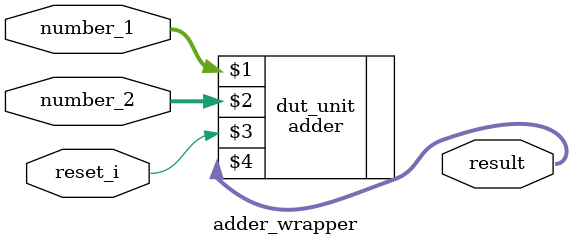
<source format=v>
module adder_wrapper(input      [3:0]number_1, 
                     input      [3:0]number_2,
                     input           reset_i,
                     output reg [4:0]result
                                 );
                                 
       adder dut_unit(number_1, 
                      number_2, 
                      reset_i, 
                      result);
                      
               initial begin
                   $dumpfile("adder_waveform.vcd");
                   $dumpvars(1, adder_wrapper);
               end
endmodule


</source>
